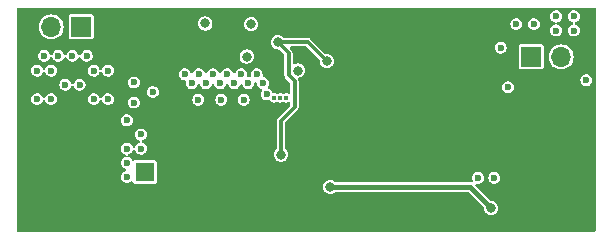
<source format=gbr>
%TF.GenerationSoftware,KiCad,Pcbnew,8.0.5*%
%TF.CreationDate,2024-10-12T15:51:15+02:00*%
%TF.ProjectId,DCDC_converter,44434443-5f63-46f6-9e76-65727465722e,rev?*%
%TF.SameCoordinates,Original*%
%TF.FileFunction,Copper,L3,Inr*%
%TF.FilePolarity,Positive*%
%FSLAX46Y46*%
G04 Gerber Fmt 4.6, Leading zero omitted, Abs format (unit mm)*
G04 Created by KiCad (PCBNEW 8.0.5) date 2024-10-12 15:51:15*
%MOMM*%
%LPD*%
G01*
G04 APERTURE LIST*
%TA.AperFunction,ComponentPad*%
%ADD10R,1.700000X1.700000*%
%TD*%
%TA.AperFunction,ComponentPad*%
%ADD11O,1.700000X1.700000*%
%TD*%
%TA.AperFunction,ComponentPad*%
%ADD12R,1.600000X1.600000*%
%TD*%
%TA.AperFunction,ComponentPad*%
%ADD13C,1.600000*%
%TD*%
%TA.AperFunction,ViaPad*%
%ADD14C,0.600000*%
%TD*%
%TA.AperFunction,ViaPad*%
%ADD15C,0.400000*%
%TD*%
%TA.AperFunction,ViaPad*%
%ADD16C,0.800000*%
%TD*%
%TA.AperFunction,Conductor*%
%ADD17C,0.300000*%
%TD*%
%TA.AperFunction,Conductor*%
%ADD18C,0.400000*%
%TD*%
G04 APERTURE END LIST*
D10*
%TO.N,GND*%
%TO.C,J4*%
X94037500Y-64830000D03*
D11*
X96577500Y-64830000D03*
%TD*%
D10*
%TO.N,+5V*%
%TO.C,J3*%
X94037500Y-54670000D03*
D11*
X96577500Y-54670000D03*
%TD*%
D12*
%TO.N,+24V*%
%TO.C,C1*%
X61317500Y-64440000D03*
D13*
%TO.N,GND*%
X63817500Y-64440000D03*
%TD*%
D10*
%TO.N,GND*%
%TO.C,J2*%
X55937500Y-67370000D03*
D11*
X53397500Y-67370000D03*
%TD*%
D10*
%TO.N,+24V*%
%TO.C,J1*%
X55937500Y-52130000D03*
D11*
X53397500Y-52130000D03*
%TD*%
D14*
%TO.N,GND*%
X67750000Y-64250000D03*
X51550000Y-61150000D03*
X65100000Y-53000000D03*
X70125000Y-60725000D03*
X75700000Y-51250000D03*
X56350000Y-62450000D03*
X62250000Y-68500000D03*
X56800000Y-64900000D03*
X68950000Y-61400000D03*
X71675000Y-60150000D03*
X64650000Y-68500000D03*
X69550000Y-62600000D03*
X92975000Y-59350000D03*
X67750000Y-66650000D03*
X60300000Y-53000000D03*
X84550000Y-68500000D03*
X63900000Y-51800000D03*
X53950000Y-63700000D03*
X57550000Y-61150000D03*
X75825000Y-60025000D03*
X96550000Y-59350000D03*
X81300000Y-66500000D03*
X94425000Y-61750000D03*
X81700000Y-51250000D03*
X85750000Y-68500000D03*
X57550000Y-63700000D03*
X71675000Y-59250000D03*
X66300000Y-66650000D03*
X94425000Y-59350000D03*
X83050000Y-52650000D03*
X52000000Y-64900000D03*
X55150000Y-61150000D03*
X79650000Y-54800000D03*
X98000000Y-59350000D03*
X98000000Y-61750000D03*
X62700000Y-53000000D03*
X71750000Y-68500000D03*
X94450000Y-68025000D03*
X81700000Y-54050000D03*
X61500000Y-51800000D03*
X65850000Y-68500000D03*
X85750000Y-66500000D03*
X52775000Y-62450000D03*
X76937500Y-60800000D03*
X61500000Y-54200000D03*
X63900000Y-54200000D03*
X67750000Y-61400000D03*
X80250000Y-52650000D03*
X84550000Y-66500000D03*
X66550000Y-61400000D03*
X96850000Y-68025000D03*
X67150000Y-62600000D03*
X76187500Y-61950000D03*
X85900000Y-54050000D03*
X51550000Y-63700000D03*
X66300000Y-64250000D03*
X85900000Y-51250000D03*
X68350000Y-62600000D03*
X74150000Y-68500000D03*
X67750000Y-65450000D03*
X53950000Y-61150000D03*
X80100000Y-66500000D03*
X66300000Y-65450000D03*
X81300000Y-68500000D03*
X96550000Y-61750000D03*
X78100000Y-51250000D03*
X55150000Y-63700000D03*
X61050000Y-68500000D03*
X70550000Y-68500000D03*
X80100000Y-68500000D03*
X92975000Y-61750000D03*
X75350000Y-68500000D03*
%TO.N,+24V*%
X59800000Y-63650000D03*
X60400000Y-56850000D03*
X61000000Y-61250000D03*
D15*
X72300000Y-58150000D03*
D14*
X71650000Y-57850000D03*
X52200000Y-55850000D03*
X69700000Y-58300000D03*
X65900000Y-56150000D03*
X69500000Y-56150000D03*
X68900000Y-56900000D03*
X67800000Y-58300000D03*
X70100000Y-56900000D03*
X60400000Y-58550000D03*
X67100000Y-56150000D03*
X53400000Y-58250000D03*
X58200000Y-55850000D03*
X55200000Y-54600000D03*
X52800000Y-54600000D03*
X57000000Y-55850000D03*
X57000000Y-58250000D03*
X71350000Y-56900000D03*
X67700000Y-56900000D03*
X54000000Y-54600000D03*
X65300000Y-56900000D03*
D15*
X73300000Y-58150000D03*
D14*
X52200000Y-58250000D03*
X68300000Y-56150000D03*
X70800000Y-56150000D03*
X59800000Y-62450000D03*
X58200000Y-58250000D03*
X53400000Y-55850000D03*
X64700000Y-56150000D03*
X56400000Y-54600000D03*
X65850000Y-58300000D03*
X54600000Y-57050000D03*
X62000000Y-57650000D03*
X66500000Y-56900000D03*
D15*
X72800000Y-58150000D03*
D14*
X59800000Y-60050000D03*
X59800000Y-64850000D03*
X61000000Y-62450000D03*
X55800000Y-57050000D03*
D16*
%TO.N,Net-(U1-EN)*%
X69950000Y-54650000D03*
X74287500Y-55837500D03*
%TO.N,VCC*%
X72850000Y-62950000D03*
X72587500Y-53450000D03*
X76737500Y-55050000D03*
D14*
%TO.N,+5V*%
X98700000Y-56650000D03*
X97650000Y-52450000D03*
X91450000Y-53900000D03*
X94275000Y-51900000D03*
X96150000Y-51250000D03*
X92075000Y-57250000D03*
D16*
X77037500Y-65700000D03*
D14*
X89550000Y-64925000D03*
X97650000Y-51250000D03*
X92775000Y-51900000D03*
X96150000Y-52450000D03*
X90925000Y-64925000D03*
D16*
X90650000Y-67500000D03*
%TO.N,Net-(D1-K)*%
X70337500Y-51912500D03*
X66450000Y-51850000D03*
%TD*%
D17*
%TO.N,VCC*%
X72850000Y-60087500D02*
X72850000Y-62950000D01*
X73500000Y-54362500D02*
X73500000Y-56250000D01*
X74000000Y-58937500D02*
X72850000Y-60087500D01*
X74000000Y-56750000D02*
X74000000Y-58937500D01*
X73500000Y-56250000D02*
X74000000Y-56750000D01*
X72587500Y-53450000D02*
X75137500Y-53450000D01*
X75137500Y-53450000D02*
X76737500Y-55050000D01*
X72587500Y-53450000D02*
X73500000Y-54362500D01*
D18*
%TO.N,+5V*%
X90650000Y-67500000D02*
X88850000Y-65700000D01*
X88850000Y-65700000D02*
X77037500Y-65700000D01*
%TD*%
%TA.AperFunction,Conductor*%
%TO.N,GND*%
G36*
X99442539Y-50520185D02*
G01*
X99488294Y-50572989D01*
X99499500Y-50624500D01*
X99499500Y-69375500D01*
X99479815Y-69442539D01*
X99427011Y-69488294D01*
X99375500Y-69499500D01*
X50624500Y-69499500D01*
X50557461Y-69479815D01*
X50511706Y-69427011D01*
X50500500Y-69375500D01*
X50500500Y-65699998D01*
X76431818Y-65699998D01*
X76431818Y-65700001D01*
X76452455Y-65856760D01*
X76452456Y-65856762D01*
X76512964Y-66002841D01*
X76609218Y-66128282D01*
X76734659Y-66224536D01*
X76880738Y-66285044D01*
X76959119Y-66295363D01*
X77037499Y-66305682D01*
X77037500Y-66305682D01*
X77037501Y-66305682D01*
X77089754Y-66298802D01*
X77194262Y-66285044D01*
X77340341Y-66224536D01*
X77465782Y-66128282D01*
X77465783Y-66128279D01*
X77468593Y-66126124D01*
X77533763Y-66100930D01*
X77544080Y-66100500D01*
X88632745Y-66100500D01*
X88699784Y-66120185D01*
X88720426Y-66136819D01*
X90008597Y-67424990D01*
X90042082Y-67486313D01*
X90043855Y-67496485D01*
X90044318Y-67499998D01*
X90044318Y-67500000D01*
X90064956Y-67656762D01*
X90125464Y-67802841D01*
X90221718Y-67928282D01*
X90347159Y-68024536D01*
X90493238Y-68085044D01*
X90571619Y-68095363D01*
X90649999Y-68105682D01*
X90650000Y-68105682D01*
X90650001Y-68105682D01*
X90702254Y-68098802D01*
X90806762Y-68085044D01*
X90952841Y-68024536D01*
X91078282Y-67928282D01*
X91174536Y-67802841D01*
X91235044Y-67656762D01*
X91255682Y-67500000D01*
X91235044Y-67343238D01*
X91174536Y-67197159D01*
X91078282Y-67071718D01*
X90952841Y-66975464D01*
X90806762Y-66914956D01*
X90750577Y-66907559D01*
X90646485Y-66893855D01*
X90582589Y-66865588D01*
X90574990Y-66858597D01*
X89345694Y-65629301D01*
X89312209Y-65567978D01*
X89317193Y-65498286D01*
X89359065Y-65442353D01*
X89424529Y-65417936D01*
X89468311Y-65422643D01*
X89478039Y-65425500D01*
X89621962Y-65425500D01*
X89621962Y-65425499D01*
X89760053Y-65384953D01*
X89881128Y-65307143D01*
X89975377Y-65198373D01*
X90035165Y-65067457D01*
X90055647Y-64925000D01*
X90419353Y-64925000D01*
X90439834Y-65067456D01*
X90461527Y-65114956D01*
X90499623Y-65198373D01*
X90593872Y-65307143D01*
X90714947Y-65384953D01*
X90714950Y-65384954D01*
X90714949Y-65384954D01*
X90822107Y-65416417D01*
X90843312Y-65422644D01*
X90853036Y-65425499D01*
X90853038Y-65425500D01*
X90853039Y-65425500D01*
X90996962Y-65425500D01*
X90996962Y-65425499D01*
X91135053Y-65384953D01*
X91256128Y-65307143D01*
X91350377Y-65198373D01*
X91410165Y-65067457D01*
X91430647Y-64925000D01*
X91410165Y-64782543D01*
X91350377Y-64651627D01*
X91256128Y-64542857D01*
X91135053Y-64465047D01*
X91135051Y-64465046D01*
X91135049Y-64465045D01*
X91135050Y-64465045D01*
X90996963Y-64424500D01*
X90996961Y-64424500D01*
X90853039Y-64424500D01*
X90853036Y-64424500D01*
X90714949Y-64465045D01*
X90593873Y-64542856D01*
X90499623Y-64651626D01*
X90499622Y-64651628D01*
X90439834Y-64782543D01*
X90419353Y-64925000D01*
X90055647Y-64925000D01*
X90035165Y-64782543D01*
X89975377Y-64651627D01*
X89881128Y-64542857D01*
X89760053Y-64465047D01*
X89760051Y-64465046D01*
X89760049Y-64465045D01*
X89760050Y-64465045D01*
X89621963Y-64424500D01*
X89621961Y-64424500D01*
X89478039Y-64424500D01*
X89478036Y-64424500D01*
X89339949Y-64465045D01*
X89218873Y-64542856D01*
X89124623Y-64651626D01*
X89124622Y-64651628D01*
X89064834Y-64782543D01*
X89044353Y-64925000D01*
X89064834Y-65067457D01*
X89064835Y-65067458D01*
X89098851Y-65141943D01*
X89108795Y-65211101D01*
X89079770Y-65274657D01*
X89020992Y-65312431D01*
X88953965Y-65313228D01*
X88902727Y-65299500D01*
X88902726Y-65299500D01*
X77544080Y-65299500D01*
X77477041Y-65279815D01*
X77468593Y-65273876D01*
X77465783Y-65271720D01*
X77465782Y-65271718D01*
X77340341Y-65175464D01*
X77194262Y-65114956D01*
X77194260Y-65114955D01*
X77037501Y-65094318D01*
X77037499Y-65094318D01*
X76880739Y-65114955D01*
X76880737Y-65114956D01*
X76734660Y-65175463D01*
X76609218Y-65271718D01*
X76512963Y-65397160D01*
X76452456Y-65543237D01*
X76452455Y-65543239D01*
X76431818Y-65699998D01*
X50500500Y-65699998D01*
X50500500Y-62450000D01*
X59294353Y-62450000D01*
X59314834Y-62592456D01*
X59339817Y-62647160D01*
X59374623Y-62723373D01*
X59468872Y-62832143D01*
X59546683Y-62882148D01*
X59589948Y-62909954D01*
X59661704Y-62931023D01*
X59720482Y-62968797D01*
X59749507Y-63032353D01*
X59739563Y-63101511D01*
X59693809Y-63154315D01*
X59661704Y-63168977D01*
X59589948Y-63190045D01*
X59468873Y-63267856D01*
X59374623Y-63376626D01*
X59374622Y-63376628D01*
X59314834Y-63507543D01*
X59294353Y-63650000D01*
X59314834Y-63792456D01*
X59374622Y-63923371D01*
X59374623Y-63923373D01*
X59468872Y-64032143D01*
X59546683Y-64082148D01*
X59589948Y-64109954D01*
X59661704Y-64131023D01*
X59720482Y-64168797D01*
X59749507Y-64232353D01*
X59739563Y-64301511D01*
X59693809Y-64354315D01*
X59661704Y-64368977D01*
X59589948Y-64390045D01*
X59468873Y-64467856D01*
X59374623Y-64576626D01*
X59374622Y-64576628D01*
X59314834Y-64707543D01*
X59294353Y-64850000D01*
X59314834Y-64992456D01*
X59370779Y-65114956D01*
X59374623Y-65123373D01*
X59468872Y-65232143D01*
X59589947Y-65309953D01*
X59589950Y-65309954D01*
X59589949Y-65309954D01*
X59728036Y-65350499D01*
X59728038Y-65350500D01*
X59728039Y-65350500D01*
X59871962Y-65350500D01*
X59871962Y-65350499D01*
X60010050Y-65309954D01*
X60010051Y-65309954D01*
X60010053Y-65309953D01*
X60131128Y-65232143D01*
X60131129Y-65232140D01*
X60137920Y-65227777D01*
X60204959Y-65208092D01*
X60271999Y-65227776D01*
X60317754Y-65280580D01*
X60326577Y-65307898D01*
X60328632Y-65318230D01*
X60372947Y-65384552D01*
X60439269Y-65428867D01*
X60439270Y-65428868D01*
X60497747Y-65440499D01*
X60497750Y-65440500D01*
X60497752Y-65440500D01*
X62137250Y-65440500D01*
X62137251Y-65440499D01*
X62152068Y-65437552D01*
X62195729Y-65428868D01*
X62195729Y-65428867D01*
X62195731Y-65428867D01*
X62262052Y-65384552D01*
X62306367Y-65318231D01*
X62306367Y-65318229D01*
X62306368Y-65318229D01*
X62317999Y-65259752D01*
X62318000Y-65259750D01*
X62318000Y-63620249D01*
X62317999Y-63620247D01*
X62306368Y-63561770D01*
X62306367Y-63561769D01*
X62262052Y-63495447D01*
X62195730Y-63451132D01*
X62195729Y-63451131D01*
X62137252Y-63439500D01*
X62137248Y-63439500D01*
X60497752Y-63439500D01*
X60497747Y-63439500D01*
X60439270Y-63451131D01*
X60439267Y-63451133D01*
X60422607Y-63462265D01*
X60355929Y-63483141D01*
X60288550Y-63464655D01*
X60241861Y-63412675D01*
X60240966Y-63410762D01*
X60225377Y-63376627D01*
X60131128Y-63267857D01*
X60010053Y-63190047D01*
X60010051Y-63190046D01*
X60010049Y-63190045D01*
X60010050Y-63190045D01*
X59938296Y-63168977D01*
X59879518Y-63131203D01*
X59850492Y-63067648D01*
X59860435Y-62998489D01*
X59906190Y-62945685D01*
X59938296Y-62931023D01*
X60010050Y-62909954D01*
X60010050Y-62909953D01*
X60010053Y-62909953D01*
X60131128Y-62832143D01*
X60225377Y-62723373D01*
X60285165Y-62592457D01*
X60285165Y-62592455D01*
X60287206Y-62587987D01*
X60332961Y-62535183D01*
X60400000Y-62515499D01*
X60467040Y-62535184D01*
X60512794Y-62587987D01*
X60514834Y-62592455D01*
X60514835Y-62592457D01*
X60574623Y-62723373D01*
X60668872Y-62832143D01*
X60789947Y-62909953D01*
X60789950Y-62909954D01*
X60789949Y-62909954D01*
X60897107Y-62941417D01*
X60926336Y-62950000D01*
X60928036Y-62950499D01*
X60928038Y-62950500D01*
X60928039Y-62950500D01*
X61071962Y-62950500D01*
X61071962Y-62950499D01*
X61210053Y-62909953D01*
X61331128Y-62832143D01*
X61425377Y-62723373D01*
X61485165Y-62592457D01*
X61505647Y-62450000D01*
X61485165Y-62307543D01*
X61425377Y-62176627D01*
X61331128Y-62067857D01*
X61210053Y-61990047D01*
X61210051Y-61990046D01*
X61210049Y-61990045D01*
X61210050Y-61990045D01*
X61138296Y-61968977D01*
X61079518Y-61931203D01*
X61050492Y-61867648D01*
X61060435Y-61798489D01*
X61106190Y-61745685D01*
X61138296Y-61731023D01*
X61210050Y-61709954D01*
X61210050Y-61709953D01*
X61210053Y-61709953D01*
X61331128Y-61632143D01*
X61425377Y-61523373D01*
X61485165Y-61392457D01*
X61505647Y-61250000D01*
X61485165Y-61107543D01*
X61425377Y-60976627D01*
X61331128Y-60867857D01*
X61210053Y-60790047D01*
X61210051Y-60790046D01*
X61210049Y-60790045D01*
X61210050Y-60790045D01*
X61071963Y-60749500D01*
X61071961Y-60749500D01*
X60928039Y-60749500D01*
X60928036Y-60749500D01*
X60789949Y-60790045D01*
X60668873Y-60867856D01*
X60574623Y-60976626D01*
X60574622Y-60976628D01*
X60514834Y-61107543D01*
X60494353Y-61250000D01*
X60514834Y-61392456D01*
X60574622Y-61523371D01*
X60574623Y-61523373D01*
X60668872Y-61632143D01*
X60746683Y-61682148D01*
X60789948Y-61709954D01*
X60861704Y-61731023D01*
X60920482Y-61768797D01*
X60949507Y-61832353D01*
X60939563Y-61901511D01*
X60893809Y-61954315D01*
X60861704Y-61968977D01*
X60789948Y-61990045D01*
X60668873Y-62067856D01*
X60574623Y-62176626D01*
X60574622Y-62176628D01*
X60512794Y-62312012D01*
X60467039Y-62364816D01*
X60400000Y-62384500D01*
X60332960Y-62364815D01*
X60287206Y-62312012D01*
X60225377Y-62176628D01*
X60225376Y-62176626D01*
X60131128Y-62067857D01*
X60010053Y-61990047D01*
X60010051Y-61990046D01*
X60010049Y-61990045D01*
X60010050Y-61990045D01*
X59871963Y-61949500D01*
X59871961Y-61949500D01*
X59728039Y-61949500D01*
X59728036Y-61949500D01*
X59589949Y-61990045D01*
X59468873Y-62067856D01*
X59374623Y-62176626D01*
X59374622Y-62176628D01*
X59314834Y-62307543D01*
X59294353Y-62450000D01*
X50500500Y-62450000D01*
X50500500Y-60050000D01*
X59294353Y-60050000D01*
X59314834Y-60192456D01*
X59333205Y-60232682D01*
X59374623Y-60323373D01*
X59468872Y-60432143D01*
X59589947Y-60509953D01*
X59589950Y-60509954D01*
X59589949Y-60509954D01*
X59728036Y-60550499D01*
X59728038Y-60550500D01*
X59728039Y-60550500D01*
X59871962Y-60550500D01*
X59871962Y-60550499D01*
X60010053Y-60509953D01*
X60131128Y-60432143D01*
X60225377Y-60323373D01*
X60285165Y-60192457D01*
X60305647Y-60050000D01*
X60285165Y-59907543D01*
X60225377Y-59776627D01*
X60131128Y-59667857D01*
X60010053Y-59590047D01*
X60010051Y-59590046D01*
X60010049Y-59590045D01*
X60010050Y-59590045D01*
X59871963Y-59549500D01*
X59871961Y-59549500D01*
X59728039Y-59549500D01*
X59728036Y-59549500D01*
X59589949Y-59590045D01*
X59468873Y-59667856D01*
X59374623Y-59776626D01*
X59374622Y-59776628D01*
X59314834Y-59907543D01*
X59294353Y-60050000D01*
X50500500Y-60050000D01*
X50500500Y-58250000D01*
X51694353Y-58250000D01*
X51714834Y-58392456D01*
X51753924Y-58478050D01*
X51774623Y-58523373D01*
X51868872Y-58632143D01*
X51989947Y-58709953D01*
X51989950Y-58709954D01*
X51989949Y-58709954D01*
X52128036Y-58750499D01*
X52128038Y-58750500D01*
X52128039Y-58750500D01*
X52271962Y-58750500D01*
X52271962Y-58750499D01*
X52410053Y-58709953D01*
X52531128Y-58632143D01*
X52625377Y-58523373D01*
X52685165Y-58392457D01*
X52685165Y-58392455D01*
X52687206Y-58387987D01*
X52732961Y-58335183D01*
X52800000Y-58315499D01*
X52867040Y-58335184D01*
X52912794Y-58387987D01*
X52914834Y-58392455D01*
X52914835Y-58392457D01*
X52974623Y-58523373D01*
X53068872Y-58632143D01*
X53189947Y-58709953D01*
X53189950Y-58709954D01*
X53189949Y-58709954D01*
X53328036Y-58750499D01*
X53328038Y-58750500D01*
X53328039Y-58750500D01*
X53471962Y-58750500D01*
X53471962Y-58750499D01*
X53610053Y-58709953D01*
X53731128Y-58632143D01*
X53825377Y-58523373D01*
X53885165Y-58392457D01*
X53905647Y-58250000D01*
X56494353Y-58250000D01*
X56514834Y-58392456D01*
X56553924Y-58478050D01*
X56574623Y-58523373D01*
X56668872Y-58632143D01*
X56789947Y-58709953D01*
X56789950Y-58709954D01*
X56789949Y-58709954D01*
X56928036Y-58750499D01*
X56928038Y-58750500D01*
X56928039Y-58750500D01*
X57071962Y-58750500D01*
X57071962Y-58750499D01*
X57210053Y-58709953D01*
X57331128Y-58632143D01*
X57425377Y-58523373D01*
X57485165Y-58392457D01*
X57485165Y-58392455D01*
X57487206Y-58387987D01*
X57532961Y-58335183D01*
X57600000Y-58315499D01*
X57667040Y-58335184D01*
X57712794Y-58387987D01*
X57714834Y-58392455D01*
X57714835Y-58392457D01*
X57774623Y-58523373D01*
X57868872Y-58632143D01*
X57989947Y-58709953D01*
X57989950Y-58709954D01*
X57989949Y-58709954D01*
X58128036Y-58750499D01*
X58128038Y-58750500D01*
X58128039Y-58750500D01*
X58271962Y-58750500D01*
X58271962Y-58750499D01*
X58410053Y-58709953D01*
X58531128Y-58632143D01*
X58602305Y-58550000D01*
X59894353Y-58550000D01*
X59914834Y-58692456D01*
X59945660Y-58759954D01*
X59974623Y-58823373D01*
X60068872Y-58932143D01*
X60189947Y-59009953D01*
X60189950Y-59009954D01*
X60189949Y-59009954D01*
X60297107Y-59041417D01*
X60328032Y-59050498D01*
X60328036Y-59050499D01*
X60328038Y-59050500D01*
X60328039Y-59050500D01*
X60471962Y-59050500D01*
X60471962Y-59050499D01*
X60610053Y-59009953D01*
X60731128Y-58932143D01*
X60825377Y-58823373D01*
X60885165Y-58692457D01*
X60905647Y-58550000D01*
X60885165Y-58407543D01*
X60836051Y-58300000D01*
X65344353Y-58300000D01*
X65364834Y-58442456D01*
X65403287Y-58526655D01*
X65424623Y-58573373D01*
X65518872Y-58682143D01*
X65639947Y-58759953D01*
X65639950Y-58759954D01*
X65639949Y-58759954D01*
X65778036Y-58800499D01*
X65778038Y-58800500D01*
X65778039Y-58800500D01*
X65921962Y-58800500D01*
X65921962Y-58800499D01*
X66060053Y-58759953D01*
X66181128Y-58682143D01*
X66275377Y-58573373D01*
X66335165Y-58442457D01*
X66355647Y-58300000D01*
X67294353Y-58300000D01*
X67314834Y-58442456D01*
X67353287Y-58526655D01*
X67374623Y-58573373D01*
X67468872Y-58682143D01*
X67589947Y-58759953D01*
X67589950Y-58759954D01*
X67589949Y-58759954D01*
X67728036Y-58800499D01*
X67728038Y-58800500D01*
X67728039Y-58800500D01*
X67871962Y-58800500D01*
X67871962Y-58800499D01*
X68010053Y-58759953D01*
X68131128Y-58682143D01*
X68225377Y-58573373D01*
X68285165Y-58442457D01*
X68305647Y-58300000D01*
X69194353Y-58300000D01*
X69214834Y-58442456D01*
X69253287Y-58526655D01*
X69274623Y-58573373D01*
X69368872Y-58682143D01*
X69489947Y-58759953D01*
X69489950Y-58759954D01*
X69489949Y-58759954D01*
X69628036Y-58800499D01*
X69628038Y-58800500D01*
X69628039Y-58800500D01*
X69771962Y-58800500D01*
X69771962Y-58800499D01*
X69910053Y-58759953D01*
X70031128Y-58682143D01*
X70125377Y-58573373D01*
X70185165Y-58442457D01*
X70205647Y-58300000D01*
X70185165Y-58157543D01*
X70125377Y-58026627D01*
X70031128Y-57917857D01*
X69910053Y-57840047D01*
X69910051Y-57840046D01*
X69910049Y-57840045D01*
X69910050Y-57840045D01*
X69771963Y-57799500D01*
X69771961Y-57799500D01*
X69628039Y-57799500D01*
X69628036Y-57799500D01*
X69489949Y-57840045D01*
X69368873Y-57917856D01*
X69274623Y-58026626D01*
X69274622Y-58026628D01*
X69214834Y-58157543D01*
X69194353Y-58300000D01*
X68305647Y-58300000D01*
X68285165Y-58157543D01*
X68225377Y-58026627D01*
X68131128Y-57917857D01*
X68010053Y-57840047D01*
X68010051Y-57840046D01*
X68010049Y-57840045D01*
X68010050Y-57840045D01*
X67871963Y-57799500D01*
X67871961Y-57799500D01*
X67728039Y-57799500D01*
X67728036Y-57799500D01*
X67589949Y-57840045D01*
X67468873Y-57917856D01*
X67374623Y-58026626D01*
X67374622Y-58026628D01*
X67314834Y-58157543D01*
X67294353Y-58300000D01*
X66355647Y-58300000D01*
X66335165Y-58157543D01*
X66275377Y-58026627D01*
X66181128Y-57917857D01*
X66060053Y-57840047D01*
X66060051Y-57840046D01*
X66060049Y-57840045D01*
X66060050Y-57840045D01*
X65921963Y-57799500D01*
X65921961Y-57799500D01*
X65778039Y-57799500D01*
X65778036Y-57799500D01*
X65639949Y-57840045D01*
X65518873Y-57917856D01*
X65424623Y-58026626D01*
X65424622Y-58026628D01*
X65364834Y-58157543D01*
X65344353Y-58300000D01*
X60836051Y-58300000D01*
X60825377Y-58276627D01*
X60731128Y-58167857D01*
X60610053Y-58090047D01*
X60610051Y-58090046D01*
X60610049Y-58090045D01*
X60610050Y-58090045D01*
X60471963Y-58049500D01*
X60471961Y-58049500D01*
X60328039Y-58049500D01*
X60328036Y-58049500D01*
X60189949Y-58090045D01*
X60068873Y-58167856D01*
X59974623Y-58276626D01*
X59974622Y-58276628D01*
X59914834Y-58407543D01*
X59894353Y-58550000D01*
X58602305Y-58550000D01*
X58625377Y-58523373D01*
X58685165Y-58392457D01*
X58705647Y-58250000D01*
X58685165Y-58107543D01*
X58625377Y-57976627D01*
X58531128Y-57867857D01*
X58410053Y-57790047D01*
X58410051Y-57790046D01*
X58410049Y-57790045D01*
X58410050Y-57790045D01*
X58271963Y-57749500D01*
X58271961Y-57749500D01*
X58128039Y-57749500D01*
X58128036Y-57749500D01*
X57989949Y-57790045D01*
X57868873Y-57867856D01*
X57774623Y-57976626D01*
X57774622Y-57976628D01*
X57712794Y-58112012D01*
X57667039Y-58164816D01*
X57600000Y-58184500D01*
X57532960Y-58164815D01*
X57487206Y-58112012D01*
X57458657Y-58049500D01*
X57425377Y-57976627D01*
X57331128Y-57867857D01*
X57210053Y-57790047D01*
X57210051Y-57790046D01*
X57210049Y-57790045D01*
X57210050Y-57790045D01*
X57071963Y-57749500D01*
X57071961Y-57749500D01*
X56928039Y-57749500D01*
X56928036Y-57749500D01*
X56789949Y-57790045D01*
X56668873Y-57867856D01*
X56574623Y-57976626D01*
X56574622Y-57976628D01*
X56514834Y-58107543D01*
X56494353Y-58250000D01*
X53905647Y-58250000D01*
X53885165Y-58107543D01*
X53825377Y-57976627D01*
X53731128Y-57867857D01*
X53610053Y-57790047D01*
X53610051Y-57790046D01*
X53610049Y-57790045D01*
X53610050Y-57790045D01*
X53471963Y-57749500D01*
X53471961Y-57749500D01*
X53328039Y-57749500D01*
X53328036Y-57749500D01*
X53189949Y-57790045D01*
X53068873Y-57867856D01*
X52974623Y-57976626D01*
X52974622Y-57976628D01*
X52912794Y-58112012D01*
X52867039Y-58164816D01*
X52800000Y-58184500D01*
X52732960Y-58164815D01*
X52687206Y-58112012D01*
X52658657Y-58049500D01*
X52625377Y-57976627D01*
X52531128Y-57867857D01*
X52410053Y-57790047D01*
X52410051Y-57790046D01*
X52410049Y-57790045D01*
X52410050Y-57790045D01*
X52271963Y-57749500D01*
X52271961Y-57749500D01*
X52128039Y-57749500D01*
X52128036Y-57749500D01*
X51989949Y-57790045D01*
X51868873Y-57867856D01*
X51774623Y-57976626D01*
X51774622Y-57976628D01*
X51714834Y-58107543D01*
X51694353Y-58250000D01*
X50500500Y-58250000D01*
X50500500Y-57650000D01*
X61494353Y-57650000D01*
X61514834Y-57792456D01*
X61541114Y-57850000D01*
X61574623Y-57923373D01*
X61668872Y-58032143D01*
X61789947Y-58109953D01*
X61789950Y-58109954D01*
X61789949Y-58109954D01*
X61928036Y-58150499D01*
X61928038Y-58150500D01*
X61928039Y-58150500D01*
X62071962Y-58150500D01*
X62071962Y-58150499D01*
X62210053Y-58109953D01*
X62331128Y-58032143D01*
X62425377Y-57923373D01*
X62485165Y-57792457D01*
X62505647Y-57650000D01*
X62485165Y-57507543D01*
X62425377Y-57376627D01*
X62331128Y-57267857D01*
X62210053Y-57190047D01*
X62210051Y-57190046D01*
X62210049Y-57190045D01*
X62210050Y-57190045D01*
X62071963Y-57149500D01*
X62071961Y-57149500D01*
X61928039Y-57149500D01*
X61928036Y-57149500D01*
X61789949Y-57190045D01*
X61668873Y-57267856D01*
X61574623Y-57376626D01*
X61574622Y-57376628D01*
X61514834Y-57507543D01*
X61494353Y-57650000D01*
X50500500Y-57650000D01*
X50500500Y-57050000D01*
X54094353Y-57050000D01*
X54114834Y-57192456D01*
X54168494Y-57309953D01*
X54174623Y-57323373D01*
X54268872Y-57432143D01*
X54389947Y-57509953D01*
X54389950Y-57509954D01*
X54389949Y-57509954D01*
X54528036Y-57550499D01*
X54528038Y-57550500D01*
X54528039Y-57550500D01*
X54671962Y-57550500D01*
X54671962Y-57550499D01*
X54810053Y-57509953D01*
X54931128Y-57432143D01*
X55025377Y-57323373D01*
X55085165Y-57192457D01*
X55085165Y-57192455D01*
X55087206Y-57187987D01*
X55132961Y-57135183D01*
X55200000Y-57115499D01*
X55267040Y-57135184D01*
X55312794Y-57187987D01*
X55314834Y-57192455D01*
X55314835Y-57192457D01*
X55374623Y-57323373D01*
X55468872Y-57432143D01*
X55589947Y-57509953D01*
X55589950Y-57509954D01*
X55589949Y-57509954D01*
X55728036Y-57550499D01*
X55728038Y-57550500D01*
X55728039Y-57550500D01*
X55871962Y-57550500D01*
X55871962Y-57550499D01*
X56010053Y-57509953D01*
X56131128Y-57432143D01*
X56225377Y-57323373D01*
X56285165Y-57192457D01*
X56305647Y-57050000D01*
X56285165Y-56907543D01*
X56258886Y-56850000D01*
X59894353Y-56850000D01*
X59914834Y-56992456D01*
X59968494Y-57109953D01*
X59974623Y-57123373D01*
X60068872Y-57232143D01*
X60189947Y-57309953D01*
X60189950Y-57309954D01*
X60189949Y-57309954D01*
X60297107Y-57341417D01*
X60324633Y-57349500D01*
X60328036Y-57350499D01*
X60328038Y-57350500D01*
X60328039Y-57350500D01*
X60471962Y-57350500D01*
X60471962Y-57350499D01*
X60610053Y-57309953D01*
X60731128Y-57232143D01*
X60825377Y-57123373D01*
X60885165Y-56992457D01*
X60905647Y-56850000D01*
X60885165Y-56707543D01*
X60825377Y-56576627D01*
X60731128Y-56467857D01*
X60610053Y-56390047D01*
X60610051Y-56390046D01*
X60610049Y-56390045D01*
X60610050Y-56390045D01*
X60471963Y-56349500D01*
X60471961Y-56349500D01*
X60328039Y-56349500D01*
X60328036Y-56349500D01*
X60189949Y-56390045D01*
X60068873Y-56467856D01*
X59974623Y-56576626D01*
X59974622Y-56576628D01*
X59914834Y-56707543D01*
X59894353Y-56850000D01*
X56258886Y-56850000D01*
X56225377Y-56776627D01*
X56131128Y-56667857D01*
X56010053Y-56590047D01*
X56010051Y-56590046D01*
X56010049Y-56590045D01*
X56010050Y-56590045D01*
X55871963Y-56549500D01*
X55871961Y-56549500D01*
X55728039Y-56549500D01*
X55728036Y-56549500D01*
X55589949Y-56590045D01*
X55468873Y-56667856D01*
X55374623Y-56776626D01*
X55374622Y-56776628D01*
X55312794Y-56912012D01*
X55267039Y-56964816D01*
X55200000Y-56984500D01*
X55132960Y-56964815D01*
X55087206Y-56912012D01*
X55058886Y-56850000D01*
X55025377Y-56776627D01*
X54931128Y-56667857D01*
X54810053Y-56590047D01*
X54810051Y-56590046D01*
X54810049Y-56590045D01*
X54810050Y-56590045D01*
X54671963Y-56549500D01*
X54671961Y-56549500D01*
X54528039Y-56549500D01*
X54528036Y-56549500D01*
X54389949Y-56590045D01*
X54268873Y-56667856D01*
X54174623Y-56776626D01*
X54174622Y-56776628D01*
X54114834Y-56907543D01*
X54094353Y-57050000D01*
X50500500Y-57050000D01*
X50500500Y-55850000D01*
X51694353Y-55850000D01*
X51714834Y-55992456D01*
X51756870Y-56084500D01*
X51774623Y-56123373D01*
X51868872Y-56232143D01*
X51989947Y-56309953D01*
X51989950Y-56309954D01*
X51989949Y-56309954D01*
X52097107Y-56341417D01*
X52124633Y-56349500D01*
X52128036Y-56350499D01*
X52128038Y-56350500D01*
X52128039Y-56350500D01*
X52271962Y-56350500D01*
X52271962Y-56350499D01*
X52410053Y-56309953D01*
X52531128Y-56232143D01*
X52625377Y-56123373D01*
X52685165Y-55992457D01*
X52685165Y-55992455D01*
X52687206Y-55987987D01*
X52732961Y-55935183D01*
X52800000Y-55915499D01*
X52867040Y-55935184D01*
X52912794Y-55987987D01*
X52914834Y-55992455D01*
X52914835Y-55992457D01*
X52974623Y-56123373D01*
X53068872Y-56232143D01*
X53189947Y-56309953D01*
X53189950Y-56309954D01*
X53189949Y-56309954D01*
X53297107Y-56341417D01*
X53324633Y-56349500D01*
X53328036Y-56350499D01*
X53328038Y-56350500D01*
X53328039Y-56350500D01*
X53471962Y-56350500D01*
X53471962Y-56350499D01*
X53610053Y-56309953D01*
X53731128Y-56232143D01*
X53825377Y-56123373D01*
X53885165Y-55992457D01*
X53905647Y-55850000D01*
X56494353Y-55850000D01*
X56514834Y-55992456D01*
X56556870Y-56084500D01*
X56574623Y-56123373D01*
X56668872Y-56232143D01*
X56789947Y-56309953D01*
X56789950Y-56309954D01*
X56789949Y-56309954D01*
X56897107Y-56341417D01*
X56924633Y-56349500D01*
X56928036Y-56350499D01*
X56928038Y-56350500D01*
X56928039Y-56350500D01*
X57071962Y-56350500D01*
X57071962Y-56350499D01*
X57210053Y-56309953D01*
X57331128Y-56232143D01*
X57425377Y-56123373D01*
X57485165Y-55992457D01*
X57485165Y-55992455D01*
X57487206Y-55987987D01*
X57532961Y-55935183D01*
X57600000Y-55915499D01*
X57667040Y-55935184D01*
X57712794Y-55987987D01*
X57714834Y-55992455D01*
X57714835Y-55992457D01*
X57774623Y-56123373D01*
X57868872Y-56232143D01*
X57989947Y-56309953D01*
X57989950Y-56309954D01*
X57989949Y-56309954D01*
X58097107Y-56341417D01*
X58124633Y-56349500D01*
X58128036Y-56350499D01*
X58128038Y-56350500D01*
X58128039Y-56350500D01*
X58271962Y-56350500D01*
X58271962Y-56350499D01*
X58410053Y-56309953D01*
X58531128Y-56232143D01*
X58602305Y-56150000D01*
X64194353Y-56150000D01*
X64214834Y-56292456D01*
X64255152Y-56380739D01*
X64274623Y-56423373D01*
X64368872Y-56532143D01*
X64489947Y-56609953D01*
X64489950Y-56609954D01*
X64489949Y-56609954D01*
X64597107Y-56641417D01*
X64626336Y-56650000D01*
X64628036Y-56650499D01*
X64628038Y-56650500D01*
X64687122Y-56650500D01*
X64754161Y-56670185D01*
X64799916Y-56722989D01*
X64809859Y-56792146D01*
X64809815Y-56792457D01*
X64794353Y-56900000D01*
X64814834Y-57042456D01*
X64857182Y-57135183D01*
X64874623Y-57173373D01*
X64968872Y-57282143D01*
X65089947Y-57359953D01*
X65089950Y-57359954D01*
X65089949Y-57359954D01*
X65192432Y-57390045D01*
X65224868Y-57399569D01*
X65228036Y-57400499D01*
X65228038Y-57400500D01*
X65228039Y-57400500D01*
X65371962Y-57400500D01*
X65371962Y-57400499D01*
X65510053Y-57359953D01*
X65631128Y-57282143D01*
X65725377Y-57173373D01*
X65785165Y-57042457D01*
X65785165Y-57042455D01*
X65787206Y-57037987D01*
X65832961Y-56985183D01*
X65900000Y-56965499D01*
X65967040Y-56985184D01*
X66012794Y-57037987D01*
X66014834Y-57042455D01*
X66014835Y-57042457D01*
X66074623Y-57173373D01*
X66168872Y-57282143D01*
X66289947Y-57359953D01*
X66289950Y-57359954D01*
X66289949Y-57359954D01*
X66392432Y-57390045D01*
X66424868Y-57399569D01*
X66428036Y-57400499D01*
X66428038Y-57400500D01*
X66428039Y-57400500D01*
X66571962Y-57400500D01*
X66571962Y-57400499D01*
X66710053Y-57359953D01*
X66831128Y-57282143D01*
X66925377Y-57173373D01*
X66985165Y-57042457D01*
X66985165Y-57042455D01*
X66987206Y-57037987D01*
X67032961Y-56985183D01*
X67100000Y-56965499D01*
X67167040Y-56985184D01*
X67212794Y-57037987D01*
X67214834Y-57042455D01*
X67214835Y-57042457D01*
X67274623Y-57173373D01*
X67368872Y-57282143D01*
X67489947Y-57359953D01*
X67489950Y-57359954D01*
X67489949Y-57359954D01*
X67592432Y-57390045D01*
X67624868Y-57399569D01*
X67628036Y-57400499D01*
X67628038Y-57400500D01*
X67628039Y-57400500D01*
X67771962Y-57400500D01*
X67771962Y-57400499D01*
X67910053Y-57359953D01*
X68031128Y-57282143D01*
X68125377Y-57173373D01*
X68185165Y-57042457D01*
X68185165Y-57042455D01*
X68187206Y-57037987D01*
X68232961Y-56985183D01*
X68300000Y-56965499D01*
X68367040Y-56985184D01*
X68412794Y-57037987D01*
X68414834Y-57042455D01*
X68414835Y-57042457D01*
X68474623Y-57173373D01*
X68568872Y-57282143D01*
X68689947Y-57359953D01*
X68689950Y-57359954D01*
X68689949Y-57359954D01*
X68792432Y-57390045D01*
X68824868Y-57399569D01*
X68828036Y-57400499D01*
X68828038Y-57400500D01*
X68828039Y-57400500D01*
X68971962Y-57400500D01*
X68971962Y-57400499D01*
X69110053Y-57359953D01*
X69231128Y-57282143D01*
X69325377Y-57173373D01*
X69385165Y-57042457D01*
X69385165Y-57042455D01*
X69387206Y-57037987D01*
X69432961Y-56985183D01*
X69500000Y-56965499D01*
X69567040Y-56985184D01*
X69612794Y-57037987D01*
X69614834Y-57042455D01*
X69614835Y-57042457D01*
X69674623Y-57173373D01*
X69768872Y-57282143D01*
X69889947Y-57359953D01*
X69889950Y-57359954D01*
X69889949Y-57359954D01*
X69992432Y-57390045D01*
X70024868Y-57399569D01*
X70028036Y-57400499D01*
X70028038Y-57400500D01*
X70028039Y-57400500D01*
X70171962Y-57400500D01*
X70171962Y-57400499D01*
X70310053Y-57359953D01*
X70431128Y-57282143D01*
X70525377Y-57173373D01*
X70585165Y-57042457D01*
X70602262Y-56923542D01*
X70631287Y-56859988D01*
X70690065Y-56822213D01*
X70759935Y-56822213D01*
X70818713Y-56859987D01*
X70847738Y-56923543D01*
X70864834Y-57042456D01*
X70907182Y-57135183D01*
X70924623Y-57173373D01*
X71018872Y-57282143D01*
X71139947Y-57359953D01*
X71171984Y-57369359D01*
X71230762Y-57407133D01*
X71259788Y-57470688D01*
X71249845Y-57539847D01*
X71230767Y-57569535D01*
X71224625Y-57576623D01*
X71224622Y-57576628D01*
X71164834Y-57707543D01*
X71144353Y-57850000D01*
X71164834Y-57992456D01*
X71224622Y-58123371D01*
X71224623Y-58123373D01*
X71318872Y-58232143D01*
X71439947Y-58309953D01*
X71439950Y-58309954D01*
X71439949Y-58309954D01*
X71578036Y-58350499D01*
X71578038Y-58350500D01*
X71578039Y-58350500D01*
X71721961Y-58350500D01*
X71823932Y-58320559D01*
X71893801Y-58320559D01*
X71952579Y-58358333D01*
X71969348Y-58383236D01*
X71971950Y-58388342D01*
X71971952Y-58388344D01*
X71971954Y-58388347D01*
X72061652Y-58478045D01*
X72061654Y-58478046D01*
X72061658Y-58478050D01*
X72174696Y-58535646D01*
X72174697Y-58535646D01*
X72174699Y-58535647D01*
X72299997Y-58555492D01*
X72300000Y-58555492D01*
X72300003Y-58555492D01*
X72425300Y-58535647D01*
X72425302Y-58535646D01*
X72425304Y-58535646D01*
X72493704Y-58500793D01*
X72562374Y-58487897D01*
X72606294Y-58500793D01*
X72630795Y-58513277D01*
X72674696Y-58535646D01*
X72674699Y-58535647D01*
X72799997Y-58555492D01*
X72800000Y-58555492D01*
X72800003Y-58555492D01*
X72925300Y-58535647D01*
X72925302Y-58535646D01*
X72925304Y-58535646D01*
X72993704Y-58500793D01*
X73062374Y-58487897D01*
X73106294Y-58500793D01*
X73130795Y-58513277D01*
X73174696Y-58535646D01*
X73174699Y-58535647D01*
X73299997Y-58555492D01*
X73300000Y-58555492D01*
X73300003Y-58555492D01*
X73425300Y-58535647D01*
X73425301Y-58535646D01*
X73425304Y-58535646D01*
X73469206Y-58513276D01*
X73537873Y-58500380D01*
X73602613Y-58526655D01*
X73642871Y-58583761D01*
X73649500Y-58623761D01*
X73649500Y-58740956D01*
X73629815Y-58807995D01*
X73613181Y-58828637D01*
X72569531Y-59872286D01*
X72569527Y-59872291D01*
X72523387Y-59952209D01*
X72523386Y-59952212D01*
X72499500Y-60041356D01*
X72499500Y-62400883D01*
X72479815Y-62467922D01*
X72450987Y-62499258D01*
X72421721Y-62521714D01*
X72325463Y-62647160D01*
X72264956Y-62793237D01*
X72264955Y-62793239D01*
X72244318Y-62949998D01*
X72244318Y-62950001D01*
X72264955Y-63106760D01*
X72264956Y-63106762D01*
X72325464Y-63252841D01*
X72421718Y-63378282D01*
X72547159Y-63474536D01*
X72693238Y-63535044D01*
X72771619Y-63545363D01*
X72849999Y-63555682D01*
X72850000Y-63555682D01*
X72850001Y-63555682D01*
X72902254Y-63548802D01*
X73006762Y-63535044D01*
X73152841Y-63474536D01*
X73278282Y-63378282D01*
X73374536Y-63252841D01*
X73435044Y-63106762D01*
X73455682Y-62950000D01*
X73435044Y-62793238D01*
X73374536Y-62647159D01*
X73278282Y-62521718D01*
X73278279Y-62521716D01*
X73278278Y-62521714D01*
X73249013Y-62499258D01*
X73207811Y-62442830D01*
X73200500Y-62400883D01*
X73200500Y-60284044D01*
X73220185Y-60217005D01*
X73236819Y-60196363D01*
X73656556Y-59776626D01*
X74280470Y-59152712D01*
X74326614Y-59072788D01*
X74332586Y-59050500D01*
X74332587Y-59050498D01*
X74343450Y-59009954D01*
X74350500Y-58983644D01*
X74350500Y-57250000D01*
X91569353Y-57250000D01*
X91589834Y-57392456D01*
X91643494Y-57509953D01*
X91649623Y-57523373D01*
X91743872Y-57632143D01*
X91864947Y-57709953D01*
X91864950Y-57709954D01*
X91864949Y-57709954D01*
X91972107Y-57741417D01*
X91999633Y-57749500D01*
X92003036Y-57750499D01*
X92003038Y-57750500D01*
X92003039Y-57750500D01*
X92146962Y-57750500D01*
X92146962Y-57750499D01*
X92285053Y-57709953D01*
X92406128Y-57632143D01*
X92500377Y-57523373D01*
X92560165Y-57392457D01*
X92580647Y-57250000D01*
X92560165Y-57107543D01*
X92500377Y-56976627D01*
X92406128Y-56867857D01*
X92285053Y-56790047D01*
X92285051Y-56790046D01*
X92285049Y-56790045D01*
X92285050Y-56790045D01*
X92146963Y-56749500D01*
X92146961Y-56749500D01*
X92003039Y-56749500D01*
X92003036Y-56749500D01*
X91864949Y-56790045D01*
X91743873Y-56867856D01*
X91649623Y-56976626D01*
X91649622Y-56976628D01*
X91589834Y-57107543D01*
X91569353Y-57250000D01*
X74350500Y-57250000D01*
X74350500Y-56703856D01*
X74336069Y-56650000D01*
X98194353Y-56650000D01*
X98214834Y-56792456D01*
X98274622Y-56923371D01*
X98274623Y-56923373D01*
X98368872Y-57032143D01*
X98489947Y-57109953D01*
X98489950Y-57109954D01*
X98489949Y-57109954D01*
X98575873Y-57135183D01*
X98624633Y-57149500D01*
X98628036Y-57150499D01*
X98628038Y-57150500D01*
X98628039Y-57150500D01*
X98771962Y-57150500D01*
X98771962Y-57150499D01*
X98910053Y-57109953D01*
X99031128Y-57032143D01*
X99125377Y-56923373D01*
X99185165Y-56792457D01*
X99205647Y-56650000D01*
X99185165Y-56507543D01*
X99125377Y-56376627D01*
X99031128Y-56267857D01*
X98910053Y-56190047D01*
X98910051Y-56190046D01*
X98910049Y-56190045D01*
X98910050Y-56190045D01*
X98771963Y-56149500D01*
X98771961Y-56149500D01*
X98628039Y-56149500D01*
X98628036Y-56149500D01*
X98489949Y-56190045D01*
X98368873Y-56267856D01*
X98274623Y-56376626D01*
X98274622Y-56376628D01*
X98214834Y-56507543D01*
X98194353Y-56650000D01*
X74336069Y-56650000D01*
X74326614Y-56614712D01*
X74324600Y-56611224D01*
X74323797Y-56607914D01*
X74323503Y-56607203D01*
X74323614Y-56607157D01*
X74308131Y-56543325D01*
X74330985Y-56477299D01*
X74385908Y-56434110D01*
X74415803Y-56426290D01*
X74444262Y-56422544D01*
X74590341Y-56362036D01*
X74715782Y-56265782D01*
X74812036Y-56140341D01*
X74872544Y-55994262D01*
X74893182Y-55837500D01*
X74886204Y-55784500D01*
X74875778Y-55705300D01*
X74872544Y-55680738D01*
X74812036Y-55534659D01*
X74715782Y-55409218D01*
X74590341Y-55312964D01*
X74553046Y-55297516D01*
X74444262Y-55252456D01*
X74444260Y-55252455D01*
X74287501Y-55231818D01*
X74287499Y-55231818D01*
X74130739Y-55252455D01*
X74130734Y-55252457D01*
X74021952Y-55297516D01*
X73952483Y-55304985D01*
X73890004Y-55273710D01*
X73854352Y-55213621D01*
X73850500Y-55182955D01*
X73850500Y-54316358D01*
X73850500Y-54316356D01*
X73826614Y-54227212D01*
X73821212Y-54217856D01*
X73819190Y-54214353D01*
X73819189Y-54214351D01*
X73780472Y-54147291D01*
X73780468Y-54147286D01*
X73645363Y-54012181D01*
X73611878Y-53950858D01*
X73616862Y-53881166D01*
X73658734Y-53825233D01*
X73724198Y-53800816D01*
X73733044Y-53800500D01*
X74940956Y-53800500D01*
X75007995Y-53820185D01*
X75028637Y-53836819D01*
X76101375Y-54909557D01*
X76134860Y-54970880D01*
X76136633Y-55013422D01*
X76131818Y-55049998D01*
X76131818Y-55050001D01*
X76152455Y-55206760D01*
X76152456Y-55206762D01*
X76190047Y-55297516D01*
X76212964Y-55352841D01*
X76309218Y-55478282D01*
X76434659Y-55574536D01*
X76580738Y-55635044D01*
X76658109Y-55645230D01*
X76737499Y-55655682D01*
X76737500Y-55655682D01*
X76737501Y-55655682D01*
X76816891Y-55645230D01*
X76894262Y-55635044D01*
X77040341Y-55574536D01*
X77165782Y-55478282D01*
X77262036Y-55352841D01*
X77322544Y-55206762D01*
X77343182Y-55050000D01*
X77338366Y-55013422D01*
X77322544Y-54893239D01*
X77322544Y-54893238D01*
X77262036Y-54747159D01*
X77165782Y-54621718D01*
X77040341Y-54525464D01*
X77014634Y-54514816D01*
X76894262Y-54464956D01*
X76894260Y-54464955D01*
X76737502Y-54444318D01*
X76737498Y-54444318D01*
X76700922Y-54449133D01*
X76631887Y-54438367D01*
X76597057Y-54413875D01*
X76083182Y-53900000D01*
X90944353Y-53900000D01*
X90964834Y-54042456D01*
X91024622Y-54173371D01*
X91024623Y-54173373D01*
X91118872Y-54282143D01*
X91239947Y-54359953D01*
X91239950Y-54359954D01*
X91239949Y-54359954D01*
X91378036Y-54400499D01*
X91378038Y-54400500D01*
X91378039Y-54400500D01*
X91521962Y-54400500D01*
X91521962Y-54400499D01*
X91660053Y-54359953D01*
X91781128Y-54282143D01*
X91875377Y-54173373D01*
X91935165Y-54042457D01*
X91955647Y-53900000D01*
X91941305Y-53800247D01*
X92987000Y-53800247D01*
X92987000Y-55539752D01*
X92998631Y-55598229D01*
X92998632Y-55598230D01*
X93042947Y-55664552D01*
X93109269Y-55708867D01*
X93109270Y-55708868D01*
X93167747Y-55720499D01*
X93167750Y-55720500D01*
X93167752Y-55720500D01*
X94907250Y-55720500D01*
X94907251Y-55720499D01*
X94922068Y-55717552D01*
X94965729Y-55708868D01*
X94965729Y-55708867D01*
X94965731Y-55708867D01*
X95032052Y-55664552D01*
X95076367Y-55598231D01*
X95076367Y-55598229D01*
X95076368Y-55598229D01*
X95087999Y-55539752D01*
X95088000Y-55539750D01*
X95088000Y-54670000D01*
X95521917Y-54670000D01*
X95542199Y-54875932D01*
X95565529Y-54952839D01*
X95602268Y-55073954D01*
X95699815Y-55256450D01*
X95699817Y-55256452D01*
X95831089Y-55416410D01*
X95927709Y-55495702D01*
X95991050Y-55547685D01*
X96173546Y-55645232D01*
X96371566Y-55705300D01*
X96371565Y-55705300D01*
X96390029Y-55707118D01*
X96577500Y-55725583D01*
X96783434Y-55705300D01*
X96981454Y-55645232D01*
X97163950Y-55547685D01*
X97323910Y-55416410D01*
X97455185Y-55256450D01*
X97552732Y-55073954D01*
X97612800Y-54875934D01*
X97633083Y-54670000D01*
X97612800Y-54464066D01*
X97552732Y-54266046D01*
X97455185Y-54083550D01*
X97365720Y-53974536D01*
X97323910Y-53923589D01*
X97197910Y-53820185D01*
X97163950Y-53792315D01*
X96981454Y-53694768D01*
X96783434Y-53634700D01*
X96783432Y-53634699D01*
X96783434Y-53634699D01*
X96577500Y-53614417D01*
X96371567Y-53634699D01*
X96173543Y-53694769D01*
X96085614Y-53741769D01*
X95991050Y-53792315D01*
X95991048Y-53792316D01*
X95991047Y-53792317D01*
X95831089Y-53923589D01*
X95699817Y-54083547D01*
X95699815Y-54083550D01*
X95665747Y-54147286D01*
X95602269Y-54266043D01*
X95542199Y-54464067D01*
X95521917Y-54670000D01*
X95088000Y-54670000D01*
X95088000Y-53800249D01*
X95087999Y-53800247D01*
X95076368Y-53741770D01*
X95076367Y-53741769D01*
X95032052Y-53675447D01*
X94965730Y-53631132D01*
X94965729Y-53631131D01*
X94907252Y-53619500D01*
X94907248Y-53619500D01*
X93167752Y-53619500D01*
X93167747Y-53619500D01*
X93109270Y-53631131D01*
X93109269Y-53631132D01*
X93042947Y-53675447D01*
X92998632Y-53741769D01*
X92998631Y-53741770D01*
X92987000Y-53800247D01*
X91941305Y-53800247D01*
X91935165Y-53757543D01*
X91875377Y-53626627D01*
X91781128Y-53517857D01*
X91660053Y-53440047D01*
X91660051Y-53440046D01*
X91660049Y-53440045D01*
X91660050Y-53440045D01*
X91521963Y-53399500D01*
X91521961Y-53399500D01*
X91378039Y-53399500D01*
X91378036Y-53399500D01*
X91239949Y-53440045D01*
X91118873Y-53517856D01*
X91024623Y-53626626D01*
X91024622Y-53626628D01*
X90964834Y-53757543D01*
X90944353Y-53900000D01*
X76083182Y-53900000D01*
X75352713Y-53169531D01*
X75352708Y-53169527D01*
X75272790Y-53123387D01*
X75272789Y-53123386D01*
X75272788Y-53123386D01*
X75183644Y-53099500D01*
X75183643Y-53099500D01*
X73136616Y-53099500D01*
X73069577Y-53079815D01*
X73038242Y-53050989D01*
X73015782Y-53021718D01*
X72890341Y-52925464D01*
X72852894Y-52909953D01*
X72744262Y-52864956D01*
X72744260Y-52864955D01*
X72587501Y-52844318D01*
X72587499Y-52844318D01*
X72430739Y-52864955D01*
X72430737Y-52864956D01*
X72284660Y-52925463D01*
X72159218Y-53021718D01*
X72062963Y-53147160D01*
X72002456Y-53293237D01*
X72002455Y-53293239D01*
X71981818Y-53449998D01*
X71981818Y-53450001D01*
X72002455Y-53606760D01*
X72002456Y-53606762D01*
X72062964Y-53752841D01*
X72159218Y-53878282D01*
X72284659Y-53974536D01*
X72430738Y-54035044D01*
X72587500Y-54055682D01*
X72624077Y-54050866D01*
X72693109Y-54061631D01*
X72727942Y-54086124D01*
X73113181Y-54471363D01*
X73146666Y-54532686D01*
X73149500Y-54559044D01*
X73149500Y-56296146D01*
X73156414Y-56321947D01*
X73156414Y-56321949D01*
X73156415Y-56321949D01*
X73156415Y-56321950D01*
X73173386Y-56385288D01*
X73173387Y-56385289D01*
X73173387Y-56385290D01*
X73219527Y-56465208D01*
X73219531Y-56465213D01*
X73613181Y-56858863D01*
X73646666Y-56920186D01*
X73649500Y-56946544D01*
X73649500Y-57676238D01*
X73629815Y-57743277D01*
X73577011Y-57789032D01*
X73507853Y-57798976D01*
X73469205Y-57786723D01*
X73425300Y-57764352D01*
X73300003Y-57744508D01*
X73299997Y-57744508D01*
X73174699Y-57764352D01*
X73174695Y-57764353D01*
X73106294Y-57799206D01*
X73037625Y-57812102D01*
X72993706Y-57799206D01*
X72925304Y-57764353D01*
X72925300Y-57764352D01*
X72800003Y-57744508D01*
X72799997Y-57744508D01*
X72674699Y-57764352D01*
X72674695Y-57764353D01*
X72606294Y-57799206D01*
X72537625Y-57812102D01*
X72493706Y-57799206D01*
X72425304Y-57764353D01*
X72425300Y-57764352D01*
X72300003Y-57744508D01*
X72299997Y-57744508D01*
X72255079Y-57751622D01*
X72185786Y-57742667D01*
X72132334Y-57697671D01*
X72122888Y-57680661D01*
X72120868Y-57676238D01*
X72075377Y-57576627D01*
X71981128Y-57467857D01*
X71863803Y-57392457D01*
X71860050Y-57390045D01*
X71828014Y-57380639D01*
X71769236Y-57342865D01*
X71740211Y-57279309D01*
X71750155Y-57210150D01*
X71769237Y-57180458D01*
X71775377Y-57173373D01*
X71835165Y-57042457D01*
X71855647Y-56900000D01*
X71835165Y-56757543D01*
X71775377Y-56626627D01*
X71681128Y-56517857D01*
X71560053Y-56440047D01*
X71560051Y-56440046D01*
X71560049Y-56440045D01*
X71560050Y-56440045D01*
X71421963Y-56399500D01*
X71421961Y-56399500D01*
X71412878Y-56399500D01*
X71345839Y-56379815D01*
X71300084Y-56327011D01*
X71290140Y-56257853D01*
X71305647Y-56150000D01*
X71285165Y-56007543D01*
X71225377Y-55876627D01*
X71131128Y-55767857D01*
X71010053Y-55690047D01*
X71010051Y-55690046D01*
X71010049Y-55690045D01*
X71010050Y-55690045D01*
X70871963Y-55649500D01*
X70871961Y-55649500D01*
X70728039Y-55649500D01*
X70728036Y-55649500D01*
X70589949Y-55690045D01*
X70468873Y-55767856D01*
X70374623Y-55876626D01*
X70374622Y-55876628D01*
X70314834Y-56007543D01*
X70294353Y-56150000D01*
X70309992Y-56258777D01*
X70300048Y-56327935D01*
X70254293Y-56380739D01*
X70187253Y-56400423D01*
X70174335Y-56399500D01*
X70171961Y-56399500D01*
X70112878Y-56399500D01*
X70045839Y-56379815D01*
X70000084Y-56327011D01*
X69990140Y-56257853D01*
X70005647Y-56150000D01*
X69985165Y-56007543D01*
X69925377Y-55876627D01*
X69831128Y-55767857D01*
X69710053Y-55690047D01*
X69710051Y-55690046D01*
X69710049Y-55690045D01*
X69710050Y-55690045D01*
X69571963Y-55649500D01*
X69571961Y-55649500D01*
X69428039Y-55649500D01*
X69428036Y-55649500D01*
X69289949Y-55690045D01*
X69168873Y-55767856D01*
X69074623Y-55876626D01*
X69074622Y-55876628D01*
X69012794Y-56012012D01*
X68967039Y-56064816D01*
X68900000Y-56084500D01*
X68832960Y-56064815D01*
X68787206Y-56012012D01*
X68725377Y-55876628D01*
X68725376Y-55876626D01*
X68631128Y-55767857D01*
X68510053Y-55690047D01*
X68510051Y-55690046D01*
X68510049Y-55690045D01*
X68510050Y-55690045D01*
X68371963Y-55649500D01*
X68371961Y-55649500D01*
X68228039Y-55649500D01*
X68228036Y-55649500D01*
X68089949Y-55690045D01*
X67968873Y-55767856D01*
X67874623Y-55876626D01*
X67874622Y-55876628D01*
X67812794Y-56012012D01*
X67767039Y-56064816D01*
X67700000Y-56084500D01*
X67632960Y-56064815D01*
X67587206Y-56012012D01*
X67525377Y-55876628D01*
X67525376Y-55876626D01*
X67431128Y-55767857D01*
X67310053Y-55690047D01*
X67310051Y-55690046D01*
X67310049Y-55690045D01*
X67310050Y-55690045D01*
X67171963Y-55649500D01*
X67171961Y-55649500D01*
X67028039Y-55649500D01*
X67028036Y-55649500D01*
X66889949Y-55690045D01*
X66768873Y-55767856D01*
X66674623Y-55876626D01*
X66674622Y-55876628D01*
X66612794Y-56012012D01*
X66567039Y-56064816D01*
X66500000Y-56084500D01*
X66432960Y-56064815D01*
X66387206Y-56012012D01*
X66325377Y-55876628D01*
X66325376Y-55876626D01*
X66231128Y-55767857D01*
X66110053Y-55690047D01*
X66110051Y-55690046D01*
X66110049Y-55690045D01*
X66110050Y-55690045D01*
X65971963Y-55649500D01*
X65971961Y-55649500D01*
X65828039Y-55649500D01*
X65828036Y-55649500D01*
X65689949Y-55690045D01*
X65568873Y-55767856D01*
X65474623Y-55876626D01*
X65474622Y-55876628D01*
X65412794Y-56012012D01*
X65367039Y-56064816D01*
X65300000Y-56084500D01*
X65232960Y-56064815D01*
X65187206Y-56012012D01*
X65125377Y-55876628D01*
X65125376Y-55876626D01*
X65031128Y-55767857D01*
X64910053Y-55690047D01*
X64910051Y-55690046D01*
X64910049Y-55690045D01*
X64910050Y-55690045D01*
X64771963Y-55649500D01*
X64771961Y-55649500D01*
X64628039Y-55649500D01*
X64628036Y-55649500D01*
X64489949Y-55690045D01*
X64368873Y-55767856D01*
X64274623Y-55876626D01*
X64274622Y-55876628D01*
X64214834Y-56007543D01*
X64194353Y-56150000D01*
X58602305Y-56150000D01*
X58625377Y-56123373D01*
X58685165Y-55992457D01*
X58705647Y-55850000D01*
X58685165Y-55707543D01*
X58625377Y-55576627D01*
X58531128Y-55467857D01*
X58410053Y-55390047D01*
X58410051Y-55390046D01*
X58410049Y-55390045D01*
X58410050Y-55390045D01*
X58271963Y-55349500D01*
X58271961Y-55349500D01*
X58128039Y-55349500D01*
X58128036Y-55349500D01*
X57989949Y-55390045D01*
X57868873Y-55467856D01*
X57774623Y-55576626D01*
X57774622Y-55576628D01*
X57712794Y-55712012D01*
X57667039Y-55764816D01*
X57600000Y-55784500D01*
X57532960Y-55764815D01*
X57487206Y-55712012D01*
X57465531Y-55664552D01*
X57425377Y-55576627D01*
X57331128Y-55467857D01*
X57210053Y-55390047D01*
X57210051Y-55390046D01*
X57210049Y-55390045D01*
X57210050Y-55390045D01*
X57071963Y-55349500D01*
X57071961Y-55349500D01*
X56928039Y-55349500D01*
X56928036Y-55349500D01*
X56789949Y-55390045D01*
X56668873Y-55467856D01*
X56574623Y-55576626D01*
X56574622Y-55576628D01*
X56514834Y-55707543D01*
X56494353Y-55850000D01*
X53905647Y-55850000D01*
X53885165Y-55707543D01*
X53825377Y-55576627D01*
X53731128Y-55467857D01*
X53610053Y-55390047D01*
X53610051Y-55390046D01*
X53610049Y-55390045D01*
X53610050Y-55390045D01*
X53471963Y-55349500D01*
X53471961Y-55349500D01*
X53328039Y-55349500D01*
X53328036Y-55349500D01*
X53189949Y-55390045D01*
X53068873Y-55467856D01*
X52974623Y-55576626D01*
X52974622Y-55576628D01*
X52912794Y-55712012D01*
X52867039Y-55764816D01*
X52800000Y-55784500D01*
X52732960Y-55764815D01*
X52687206Y-55712012D01*
X52665531Y-55664552D01*
X52625377Y-55576627D01*
X52531128Y-55467857D01*
X52410053Y-55390047D01*
X52410051Y-55390046D01*
X52410049Y-55390045D01*
X52410050Y-55390045D01*
X52271963Y-55349500D01*
X52271961Y-55349500D01*
X52128039Y-55349500D01*
X52128036Y-55349500D01*
X51989949Y-55390045D01*
X51868873Y-55467856D01*
X51774623Y-55576626D01*
X51774622Y-55576628D01*
X51714834Y-55707543D01*
X51694353Y-55850000D01*
X50500500Y-55850000D01*
X50500500Y-54600000D01*
X52294353Y-54600000D01*
X52314834Y-54742456D01*
X52344202Y-54806762D01*
X52374623Y-54873373D01*
X52468872Y-54982143D01*
X52589947Y-55059953D01*
X52589950Y-55059954D01*
X52589949Y-55059954D01*
X52728036Y-55100499D01*
X52728038Y-55100500D01*
X52728039Y-55100500D01*
X52871962Y-55100500D01*
X52871962Y-55100499D01*
X53010053Y-55059953D01*
X53131128Y-54982143D01*
X53225377Y-54873373D01*
X53285165Y-54742457D01*
X53285165Y-54742455D01*
X53287206Y-54737987D01*
X53332961Y-54685183D01*
X53400000Y-54665499D01*
X53467040Y-54685184D01*
X53512794Y-54737987D01*
X53514834Y-54742455D01*
X53514835Y-54742457D01*
X53574623Y-54873373D01*
X53668872Y-54982143D01*
X53789947Y-55059953D01*
X53789950Y-55059954D01*
X53789949Y-55059954D01*
X53928036Y-55100499D01*
X53928038Y-55100500D01*
X53928039Y-55100500D01*
X54071962Y-55100500D01*
X54071962Y-55100499D01*
X54210053Y-55059953D01*
X54331128Y-54982143D01*
X54425377Y-54873373D01*
X54485165Y-54742457D01*
X54485165Y-54742455D01*
X54487206Y-54737987D01*
X54532961Y-54685183D01*
X54600000Y-54665499D01*
X54667040Y-54685184D01*
X54712794Y-54737987D01*
X54714834Y-54742455D01*
X54714835Y-54742457D01*
X54774623Y-54873373D01*
X54868872Y-54982143D01*
X54989947Y-55059953D01*
X54989950Y-55059954D01*
X54989949Y-55059954D01*
X55128036Y-55100499D01*
X55128038Y-55100500D01*
X55128039Y-55100500D01*
X55271962Y-55100500D01*
X55271962Y-55100499D01*
X55410053Y-55059953D01*
X55531128Y-54982143D01*
X55625377Y-54873373D01*
X55685165Y-54742457D01*
X55685165Y-54742455D01*
X55687206Y-54737987D01*
X55732961Y-54685183D01*
X55800000Y-54665499D01*
X55867040Y-54685184D01*
X55912794Y-54737987D01*
X55914834Y-54742455D01*
X55914835Y-54742457D01*
X55974623Y-54873373D01*
X56068872Y-54982143D01*
X56189947Y-55059953D01*
X56189950Y-55059954D01*
X56189949Y-55059954D01*
X56328036Y-55100499D01*
X56328038Y-55100500D01*
X56328039Y-55100500D01*
X56471962Y-55100500D01*
X56471962Y-55100499D01*
X56610053Y-55059953D01*
X56731128Y-54982143D01*
X56825377Y-54873373D01*
X56885165Y-54742457D01*
X56898458Y-54649998D01*
X69344318Y-54649998D01*
X69344318Y-54650001D01*
X69364955Y-54806760D01*
X69364956Y-54806762D01*
X69400775Y-54893238D01*
X69425464Y-54952841D01*
X69521718Y-55078282D01*
X69647159Y-55174536D01*
X69793238Y-55235044D01*
X69871619Y-55245363D01*
X69949999Y-55255682D01*
X69950000Y-55255682D01*
X69950001Y-55255682D01*
X70002254Y-55248802D01*
X70106762Y-55235044D01*
X70252841Y-55174536D01*
X70378282Y-55078282D01*
X70474536Y-54952841D01*
X70535044Y-54806762D01*
X70555682Y-54650000D01*
X70549099Y-54600000D01*
X70537885Y-54514815D01*
X70535044Y-54493238D01*
X70474536Y-54347159D01*
X70378282Y-54221718D01*
X70252841Y-54125464D01*
X70190158Y-54099500D01*
X70106762Y-54064956D01*
X70106760Y-54064955D01*
X69950001Y-54044318D01*
X69949999Y-54044318D01*
X69793239Y-54064955D01*
X69793237Y-54064956D01*
X69647160Y-54125463D01*
X69521718Y-54221718D01*
X69425463Y-54347160D01*
X69364956Y-54493237D01*
X69364955Y-54493239D01*
X69344318Y-54649998D01*
X56898458Y-54649998D01*
X56905647Y-54600000D01*
X56885165Y-54457543D01*
X56825377Y-54326627D01*
X56731128Y-54217857D01*
X56610053Y-54140047D01*
X56610051Y-54140046D01*
X56610049Y-54140045D01*
X56610050Y-54140045D01*
X56471963Y-54099500D01*
X56471961Y-54099500D01*
X56328039Y-54099500D01*
X56328036Y-54099500D01*
X56189949Y-54140045D01*
X56068873Y-54217856D01*
X56068872Y-54217856D01*
X56068872Y-54217857D01*
X56060768Y-54227210D01*
X55974623Y-54326626D01*
X55974622Y-54326628D01*
X55912794Y-54462012D01*
X55867039Y-54514816D01*
X55800000Y-54534500D01*
X55732960Y-54514815D01*
X55687206Y-54462012D01*
X55679125Y-54444318D01*
X55625377Y-54326627D01*
X55531128Y-54217857D01*
X55410053Y-54140047D01*
X55410051Y-54140046D01*
X55410049Y-54140045D01*
X55410050Y-54140045D01*
X55271963Y-54099500D01*
X55271961Y-54099500D01*
X55128039Y-54099500D01*
X55128036Y-54099500D01*
X54989949Y-54140045D01*
X54868873Y-54217856D01*
X54868872Y-54217856D01*
X54868872Y-54217857D01*
X54860768Y-54227210D01*
X54774623Y-54326626D01*
X54774622Y-54326628D01*
X54712794Y-54462012D01*
X54667039Y-54514816D01*
X54600000Y-54534500D01*
X54532960Y-54514815D01*
X54487206Y-54462012D01*
X54479125Y-54444318D01*
X54425377Y-54326627D01*
X54331128Y-54217857D01*
X54210053Y-54140047D01*
X54210051Y-54140046D01*
X54210049Y-54140045D01*
X54210050Y-54140045D01*
X54071963Y-54099500D01*
X54071961Y-54099500D01*
X53928039Y-54099500D01*
X53928036Y-54099500D01*
X53789949Y-54140045D01*
X53668873Y-54217856D01*
X53668872Y-54217856D01*
X53668872Y-54217857D01*
X53660768Y-54227210D01*
X53574623Y-54326626D01*
X53574622Y-54326628D01*
X53512794Y-54462012D01*
X53467039Y-54514816D01*
X53400000Y-54534500D01*
X53332960Y-54514815D01*
X53287206Y-54462012D01*
X53279125Y-54444318D01*
X53225377Y-54326627D01*
X53131128Y-54217857D01*
X53010053Y-54140047D01*
X53010051Y-54140046D01*
X53010049Y-54140045D01*
X53010050Y-54140045D01*
X52871963Y-54099500D01*
X52871961Y-54099500D01*
X52728039Y-54099500D01*
X52728036Y-54099500D01*
X52589949Y-54140045D01*
X52468873Y-54217856D01*
X52468872Y-54217856D01*
X52468872Y-54217857D01*
X52460768Y-54227210D01*
X52374623Y-54326626D01*
X52374622Y-54326628D01*
X52314834Y-54457543D01*
X52294353Y-54600000D01*
X50500500Y-54600000D01*
X50500500Y-52130000D01*
X52341917Y-52130000D01*
X52362199Y-52335932D01*
X52381785Y-52400499D01*
X52422268Y-52533954D01*
X52519815Y-52716450D01*
X52519817Y-52716452D01*
X52651089Y-52876410D01*
X52741368Y-52950499D01*
X52811050Y-53007685D01*
X52993546Y-53105232D01*
X53191566Y-53165300D01*
X53191565Y-53165300D01*
X53210029Y-53167118D01*
X53397500Y-53185583D01*
X53603434Y-53165300D01*
X53801454Y-53105232D01*
X53983950Y-53007685D01*
X54143910Y-52876410D01*
X54275185Y-52716450D01*
X54372732Y-52533954D01*
X54432800Y-52335934D01*
X54453083Y-52130000D01*
X54432800Y-51924066D01*
X54372732Y-51726046D01*
X54275185Y-51543550D01*
X54175201Y-51421718D01*
X54143910Y-51383589D01*
X53993621Y-51260252D01*
X53993615Y-51260247D01*
X54887000Y-51260247D01*
X54887000Y-52999752D01*
X54898631Y-53058229D01*
X54898632Y-53058230D01*
X54942947Y-53124552D01*
X55009269Y-53168867D01*
X55009270Y-53168868D01*
X55067747Y-53180499D01*
X55067750Y-53180500D01*
X55067752Y-53180500D01*
X56807250Y-53180500D01*
X56807251Y-53180499D01*
X56822068Y-53177552D01*
X56865729Y-53168868D01*
X56865729Y-53168867D01*
X56865731Y-53168867D01*
X56932052Y-53124552D01*
X56976367Y-53058231D01*
X56976367Y-53058229D01*
X56976368Y-53058229D01*
X56987999Y-52999752D01*
X56988000Y-52999750D01*
X56988000Y-51849998D01*
X65844318Y-51849998D01*
X65844318Y-51850001D01*
X65864955Y-52006760D01*
X65864956Y-52006762D01*
X65890843Y-52069260D01*
X65925464Y-52152841D01*
X66021718Y-52278282D01*
X66147159Y-52374536D01*
X66293238Y-52435044D01*
X66371619Y-52445363D01*
X66449999Y-52455682D01*
X66450000Y-52455682D01*
X66450001Y-52455682D01*
X66502254Y-52448802D01*
X66606762Y-52435044D01*
X66752841Y-52374536D01*
X66878282Y-52278282D01*
X66974536Y-52152841D01*
X67035044Y-52006762D01*
X67047454Y-51912498D01*
X69731818Y-51912498D01*
X69731818Y-51912501D01*
X69752455Y-52069260D01*
X69752456Y-52069262D01*
X69796928Y-52176628D01*
X69812964Y-52215341D01*
X69909218Y-52340782D01*
X70034659Y-52437036D01*
X70180738Y-52497544D01*
X70259119Y-52507863D01*
X70337499Y-52518182D01*
X70337500Y-52518182D01*
X70337501Y-52518182D01*
X70389754Y-52511302D01*
X70494262Y-52497544D01*
X70640341Y-52437036D01*
X70765782Y-52340782D01*
X70862036Y-52215341D01*
X70922544Y-52069262D01*
X70943182Y-51912500D01*
X70941735Y-51901511D01*
X70941536Y-51900000D01*
X92269353Y-51900000D01*
X92289834Y-52042456D01*
X92329815Y-52130000D01*
X92349623Y-52173373D01*
X92443872Y-52282143D01*
X92564947Y-52359953D01*
X92564950Y-52359954D01*
X92564949Y-52359954D01*
X92703036Y-52400499D01*
X92703038Y-52400500D01*
X92703039Y-52400500D01*
X92846962Y-52400500D01*
X92846962Y-52400499D01*
X92985053Y-52359953D01*
X93106128Y-52282143D01*
X93200377Y-52173373D01*
X93260165Y-52042457D01*
X93280647Y-51900000D01*
X93769353Y-51900000D01*
X93789834Y-52042456D01*
X93829815Y-52130000D01*
X93849623Y-52173373D01*
X93943872Y-52282143D01*
X94064947Y-52359953D01*
X94064950Y-52359954D01*
X94064949Y-52359954D01*
X94203036Y-52400499D01*
X94203038Y-52400500D01*
X94203039Y-52400500D01*
X94346962Y-52400500D01*
X94346962Y-52400499D01*
X94485053Y-52359953D01*
X94606128Y-52282143D01*
X94700377Y-52173373D01*
X94760165Y-52042457D01*
X94780647Y-51900000D01*
X94760165Y-51757543D01*
X94700377Y-51626627D01*
X94606128Y-51517857D01*
X94485053Y-51440047D01*
X94485051Y-51440046D01*
X94485049Y-51440045D01*
X94485050Y-51440045D01*
X94346963Y-51399500D01*
X94346961Y-51399500D01*
X94203039Y-51399500D01*
X94203036Y-51399500D01*
X94064949Y-51440045D01*
X93943873Y-51517856D01*
X93849623Y-51626626D01*
X93849622Y-51626628D01*
X93789834Y-51757543D01*
X93769353Y-51900000D01*
X93280647Y-51900000D01*
X93260165Y-51757543D01*
X93200377Y-51626627D01*
X93106128Y-51517857D01*
X92985053Y-51440047D01*
X92985051Y-51440046D01*
X92985049Y-51440045D01*
X92985050Y-51440045D01*
X92846963Y-51399500D01*
X92846961Y-51399500D01*
X92703039Y-51399500D01*
X92703036Y-51399500D01*
X92564949Y-51440045D01*
X92443873Y-51517856D01*
X92349623Y-51626626D01*
X92349622Y-51626628D01*
X92289834Y-51757543D01*
X92269353Y-51900000D01*
X70941536Y-51900000D01*
X70922544Y-51755739D01*
X70922544Y-51755738D01*
X70862036Y-51609659D01*
X70765782Y-51484218D01*
X70640341Y-51387964D01*
X70629781Y-51383590D01*
X70494262Y-51327456D01*
X70494260Y-51327455D01*
X70337501Y-51306818D01*
X70337499Y-51306818D01*
X70180739Y-51327455D01*
X70180737Y-51327456D01*
X70034660Y-51387963D01*
X69909218Y-51484218D01*
X69812963Y-51609660D01*
X69752456Y-51755737D01*
X69752455Y-51755739D01*
X69731818Y-51912498D01*
X67047454Y-51912498D01*
X67055682Y-51850000D01*
X67048900Y-51798489D01*
X67037245Y-51709954D01*
X67035044Y-51693238D01*
X66974536Y-51547159D01*
X66878282Y-51421718D01*
X66752841Y-51325464D01*
X66606762Y-51264956D01*
X66606760Y-51264955D01*
X66493162Y-51250000D01*
X95644353Y-51250000D01*
X95664834Y-51392456D01*
X95706741Y-51484218D01*
X95724623Y-51523373D01*
X95818872Y-51632143D01*
X95896683Y-51682148D01*
X95939948Y-51709954D01*
X96011704Y-51731023D01*
X96070482Y-51768797D01*
X96099507Y-51832353D01*
X96089563Y-51901511D01*
X96043809Y-51954315D01*
X96011704Y-51968977D01*
X95939948Y-51990045D01*
X95818873Y-52067856D01*
X95724623Y-52176626D01*
X95724622Y-52176628D01*
X95664834Y-52307543D01*
X95644353Y-52450000D01*
X95664834Y-52592456D01*
X95721461Y-52716450D01*
X95724623Y-52723373D01*
X95818872Y-52832143D01*
X95939947Y-52909953D01*
X95939950Y-52909954D01*
X95939949Y-52909954D01*
X96078036Y-52950499D01*
X96078038Y-52950500D01*
X96078039Y-52950500D01*
X96221962Y-52950500D01*
X96221962Y-52950499D01*
X96360053Y-52909953D01*
X96481128Y-52832143D01*
X96575377Y-52723373D01*
X96635165Y-52592457D01*
X96655647Y-52450000D01*
X96635165Y-52307543D01*
X96575377Y-52176627D01*
X96481128Y-52067857D01*
X96360053Y-51990047D01*
X96360051Y-51990046D01*
X96360049Y-51990045D01*
X96360050Y-51990045D01*
X96288296Y-51968977D01*
X96229518Y-51931203D01*
X96200492Y-51867648D01*
X96210435Y-51798489D01*
X96256190Y-51745685D01*
X96288296Y-51731023D01*
X96360050Y-51709954D01*
X96360050Y-51709953D01*
X96360053Y-51709953D01*
X96481128Y-51632143D01*
X96575377Y-51523373D01*
X96635165Y-51392457D01*
X96655647Y-51250000D01*
X97144353Y-51250000D01*
X97164834Y-51392456D01*
X97206741Y-51484218D01*
X97224623Y-51523373D01*
X97318872Y-51632143D01*
X97396683Y-51682148D01*
X97439948Y-51709954D01*
X97511704Y-51731023D01*
X97570482Y-51768797D01*
X97599507Y-51832353D01*
X97589563Y-51901511D01*
X97543809Y-51954315D01*
X97511704Y-51968977D01*
X97439948Y-51990045D01*
X97318873Y-52067856D01*
X97224623Y-52176626D01*
X97224622Y-52176628D01*
X97164834Y-52307543D01*
X97144353Y-52450000D01*
X97164834Y-52592456D01*
X97221461Y-52716450D01*
X97224623Y-52723373D01*
X97318872Y-52832143D01*
X97439947Y-52909953D01*
X97439950Y-52909954D01*
X97439949Y-52909954D01*
X97578036Y-52950499D01*
X97578038Y-52950500D01*
X97578039Y-52950500D01*
X97721962Y-52950500D01*
X97721962Y-52950499D01*
X97860053Y-52909953D01*
X97981128Y-52832143D01*
X98075377Y-52723373D01*
X98135165Y-52592457D01*
X98155647Y-52450000D01*
X98135165Y-52307543D01*
X98075377Y-52176627D01*
X97981128Y-52067857D01*
X97860053Y-51990047D01*
X97860051Y-51990046D01*
X97860049Y-51990045D01*
X97860050Y-51990045D01*
X97788296Y-51968977D01*
X97729518Y-51931203D01*
X97700492Y-51867648D01*
X97710435Y-51798489D01*
X97756190Y-51745685D01*
X97788296Y-51731023D01*
X97860050Y-51709954D01*
X97860050Y-51709953D01*
X97860053Y-51709953D01*
X97981128Y-51632143D01*
X98075377Y-51523373D01*
X98135165Y-51392457D01*
X98155647Y-51250000D01*
X98135165Y-51107543D01*
X98075377Y-50976627D01*
X97981128Y-50867857D01*
X97860053Y-50790047D01*
X97860051Y-50790046D01*
X97860049Y-50790045D01*
X97860050Y-50790045D01*
X97721963Y-50749500D01*
X97721961Y-50749500D01*
X97578039Y-50749500D01*
X97578036Y-50749500D01*
X97439949Y-50790045D01*
X97318873Y-50867856D01*
X97224623Y-50976626D01*
X97224622Y-50976628D01*
X97164834Y-51107543D01*
X97144353Y-51250000D01*
X96655647Y-51250000D01*
X96635165Y-51107543D01*
X96575377Y-50976627D01*
X96481128Y-50867857D01*
X96360053Y-50790047D01*
X96360051Y-50790046D01*
X96360049Y-50790045D01*
X96360050Y-50790045D01*
X96221963Y-50749500D01*
X96221961Y-50749500D01*
X96078039Y-50749500D01*
X96078036Y-50749500D01*
X95939949Y-50790045D01*
X95818873Y-50867856D01*
X95724623Y-50976626D01*
X95724622Y-50976628D01*
X95664834Y-51107543D01*
X95644353Y-51250000D01*
X66493162Y-51250000D01*
X66450001Y-51244318D01*
X66449999Y-51244318D01*
X66293239Y-51264955D01*
X66293237Y-51264956D01*
X66147160Y-51325463D01*
X66021718Y-51421718D01*
X65925463Y-51547160D01*
X65864956Y-51693237D01*
X65864955Y-51693239D01*
X65844318Y-51849998D01*
X56988000Y-51849998D01*
X56988000Y-51260249D01*
X56987999Y-51260247D01*
X56976368Y-51201770D01*
X56976367Y-51201769D01*
X56932052Y-51135447D01*
X56865730Y-51091132D01*
X56865729Y-51091131D01*
X56807252Y-51079500D01*
X56807248Y-51079500D01*
X55067752Y-51079500D01*
X55067747Y-51079500D01*
X55009270Y-51091131D01*
X55009269Y-51091132D01*
X54942947Y-51135447D01*
X54898632Y-51201769D01*
X54898631Y-51201770D01*
X54887000Y-51260247D01*
X53993615Y-51260247D01*
X53983950Y-51252315D01*
X53801454Y-51154768D01*
X53603434Y-51094700D01*
X53603432Y-51094699D01*
X53603434Y-51094699D01*
X53397500Y-51074417D01*
X53191567Y-51094699D01*
X52993543Y-51154769D01*
X52905614Y-51201769D01*
X52811050Y-51252315D01*
X52811048Y-51252316D01*
X52811047Y-51252317D01*
X52651089Y-51383589D01*
X52519817Y-51543547D01*
X52519815Y-51543550D01*
X52484479Y-51609659D01*
X52422269Y-51726043D01*
X52362199Y-51924067D01*
X52341917Y-52130000D01*
X50500500Y-52130000D01*
X50500500Y-50624500D01*
X50520185Y-50557461D01*
X50572989Y-50511706D01*
X50624500Y-50500500D01*
X99375500Y-50500500D01*
X99442539Y-50520185D01*
G37*
%TD.AperFunction*%
%TD*%
M02*

</source>
